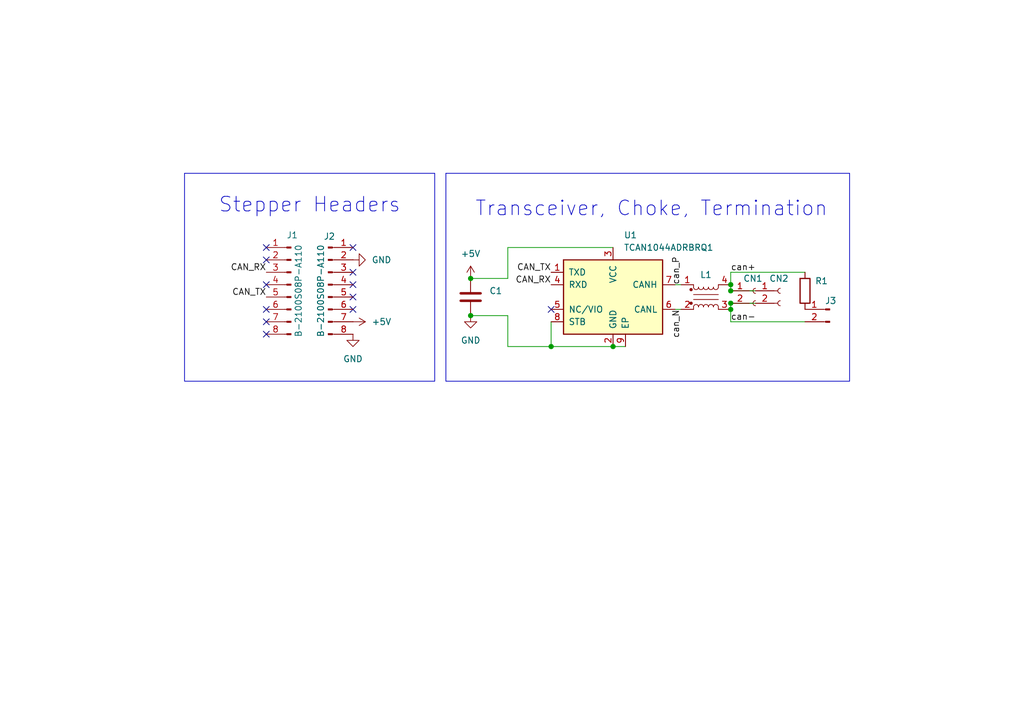
<source format=kicad_sch>
(kicad_sch (version 20231120) (generator "eeschema") (generator_version "8.0")
  (paper "A5")
  (title_block (title "TMCeiver") (date "2024-08-22") (rev "0.1") (company "Octule"))
  (lib_symbols
    (symbol "Connector:Conn_01x02_Pin" (pin_names (offset 1.016) hide)
      (property "Reference" "J" (at 0 2.54 0))
      (property "Value" "Conn_01x02_Pin" (at 0 -5.08 0))
      (symbol "Conn_01x02_Pin_1_1"
        (polyline (pts (xy 1.27 -2.54) (xy 0.8636 -2.54)) (stroke (width 0.1524)))
        (polyline (pts (xy 1.27 0) (xy 0.8636 0)) (stroke (width 0.1524)))
        (rectangle (start 0.8636 -2.413) (end 0 -2.667) (stroke (width 0.1524)) (fill (type outline)))
        (rectangle (start 0.8636 0.127) (end 0 -0.127) (stroke (width 0.1524)) (fill (type outline)))
        (pin passive line (at 5.08 0 180) (length 3.81) (name "Pin_1") (number "1"))
        (pin passive line (at 5.08 -2.54 180) (length 3.81) (name "Pin_2") (number "2"))
      )
    )
    (symbol "Connector:Conn_01x02_Socket" (pin_names (offset 1.016) hide)
      (property "Reference" "J" (at 0 2.54 0))
      (property "Value" "Conn_01x02_Socket" (at 0 -5.08 0))
      (symbol "Conn_01x02_Socket_1_1"
        (arc (start 0 -2.032) (mid -0.5058 -2.54) (end 0 -3.048) (stroke (width 0.1524)))
        (polyline (pts (xy -1.27 -2.54) (xy -0.508 -2.54)) (stroke (width 0.1524)))
        (polyline (pts (xy -1.27 0) (xy -0.508 0)) (stroke (width 0.1524)))
        (arc (start 0 0.508) (mid -0.5058 0) (end 0 -0.508) (stroke (width 0.1524)))
        (pin passive line (at -5.08 0 0) (length 3.81) (name "Pin_1") (number "1"))
        (pin passive line (at -5.08 -2.54 0) (length 3.81) (name "Pin_2") (number "2"))
      )
    )
    (symbol "Connector:Conn_01x08_Pin" (pin_names (offset 1.016) hide)
      (property "Reference" "J" (at 0 10.16 0))
      (property "Value" "Conn_01x08_Pin" (at 0 -12.7 0))
      (symbol "Conn_01x08_Pin_1_1"
        (polyline (pts (xy 1.27 -10.16) (xy 0.8636 -10.16)) (stroke (width 0.1524)))
        (polyline (pts (xy 1.27 -7.62) (xy 0.8636 -7.62)) (stroke (width 0.1524)))
        (polyline (pts (xy 1.27 -5.08) (xy 0.8636 -5.08)) (stroke (width 0.1524)))
        (polyline (pts (xy 1.27 -2.54) (xy 0.8636 -2.54)) (stroke (width 0.1524)))
        (polyline (pts (xy 1.27 0) (xy 0.8636 0)) (stroke (width 0.1524)))
        (polyline (pts (xy 1.27 2.54) (xy 0.8636 2.54)) (stroke (width 0.1524)))
        (polyline (pts (xy 1.27 5.08) (xy 0.8636 5.08)) (stroke (width 0.1524)))
        (polyline (pts (xy 1.27 7.62) (xy 0.8636 7.62)) (stroke (width 0.1524)))
        (rectangle (start 0.8636 -10.033) (end 0 -10.287) (stroke (width 0.1524)) (fill (type outline)))
        (rectangle (start 0.8636 -7.493) (end 0 -7.747) (stroke (width 0.1524)) (fill (type outline)))
        (rectangle (start 0.8636 -4.953) (end 0 -5.207) (stroke (width 0.1524)) (fill (type outline)))
        (rectangle (start 0.8636 -2.413) (end 0 -2.667) (stroke (width 0.1524)) (fill (type outline)))
        (rectangle (start 0.8636 0.127) (end 0 -0.127) (stroke (width 0.1524)) (fill (type outline)))
        (rectangle (start 0.8636 2.667) (end 0 2.413) (stroke (width 0.1524)) (fill (type outline)))
        (rectangle (start 0.8636 5.207) (end 0 4.953) (stroke (width 0.1524)) (fill (type outline)))
        (rectangle (start 0.8636 7.747) (end 0 7.493) (stroke (width 0.1524)) (fill (type outline)))
        (pin passive line (at 5.08 7.62 180) (length 3.81) (name "Pin_1") (number "1"))
        (pin passive line (at 5.08 5.08 180) (length 3.81) (name "Pin_2") (number "2"))
        (pin passive line (at 5.08 2.54 180) (length 3.81) (name "Pin_3") (number "3"))
        (pin passive line (at 5.08 0 180) (length 3.81) (name "Pin_4") (number "4"))
        (pin passive line (at 5.08 -2.54 180) (length 3.81) (name "Pin_5") (number "5"))
        (pin passive line (at 5.08 -5.08 180) (length 3.81) (name "Pin_6") (number "6"))
        (pin passive line (at 5.08 -7.62 180) (length 3.81) (name "Pin_7") (number "7"))
        (pin passive line (at 5.08 -10.16 180) (length 3.81) (name "Pin_8") (number "8"))
      )
    )
    (symbol "Device:C" (pin_numbers hide) (pin_names (offset 0.254))
      (property "Reference" "C" (at 0.635 2.54 0))
      (property "Value" "C" (at 0.635 -2.54 0))
      (symbol "C_0_1"
        (polyline (pts (xy -2.032 -0.762) (xy 2.032 -0.762)) (stroke (width 0.508)))
        (polyline (pts (xy -2.032 0.762) (xy 2.032 0.762)) (stroke (width 0.508)))
      )
      (symbol "C_1_1"
        (pin passive line (at 0 3.81 270) (length 2.794) (name "~") (number "1"))
        (pin passive line (at 0 -3.81 90) (length 2.794) (name "~") (number "2"))
      )
    )
    (symbol "Device:L_Iron_Coupled_1423" (pin_names (offset 0.254) hide)
      (property "Reference" "L" (at 0 4.445 0))
      (property "Value" "L_Iron_Coupled_1423" (at 0 -4.445 0))
      (symbol "L_Iron_Coupled_1423_0_1"
        (circle (center -3.048 -1.27) (radius 0.254) (fill (type outline)))
        (circle (center -3.048 1.524) (radius 0.254) (fill (type outline)))
        (arc (start -2.54 2.032) (mid -2.032 1.5262) (end -1.524 2.032))
        (arc (start -1.524 -2.032) (mid -2.032 -1.5262) (end -2.54 -2.032))
        (arc (start -1.524 2.032) (mid -1.016 1.5262) (end -0.508 2.032))
        (arc (start -0.508 -2.032) (mid -1.016 -1.5262) (end -1.524 -2.032))
        (arc (start -0.508 2.032) (mid 0 1.5262) (end 0.508 2.032))
        (polyline (pts (xy -2.54 -2.032) (xy -2.54 -2.54)))
        (polyline (pts (xy -2.54 0.508) (xy 2.54 0.508)))
        (polyline (pts (xy -2.54 2.032) (xy -2.54 2.54)))
        (polyline (pts (xy 2.54 -2.032) (xy 2.54 -2.54)))
        (polyline (pts (xy 2.54 -0.508) (xy -2.54 -0.508)))
        (polyline (pts (xy 2.54 2.54) (xy 2.54 2.032)))
        (arc (start 0.508 -2.032) (mid 0 -1.5262) (end -0.508 -2.032))
        (arc (start 0.508 2.032) (mid 1.016 1.5262) (end 1.524 2.032))
        (arc (start 1.524 -2.032) (mid 1.016 -1.5262) (end 0.508 -2.032))
        (arc (start 1.524 2.032) (mid 2.032 1.5262) (end 2.54 2.032))
        (arc (start 2.54 -2.032) (mid 2.032 -1.5262) (end 1.524 -2.032))
      )
      (symbol "L_Iron_Coupled_1423_1_1"
        (pin passive line (at -5.08 2.54 0) (length 2.54) (name "1") (number "1"))
        (pin passive line (at -5.08 -2.54 0) (length 2.54) (name "2") (number "2"))
        (pin passive line (at 5.08 -2.54 180) (length 2.54) (name "3") (number "3"))
        (pin passive line (at 5.08 2.54 180) (length 2.54) (name "4") (number "4"))
      )
    )
    (symbol "Device:R" (pin_numbers hide) (pin_names (offset 0))
      (property "Reference" "R" (at 2.032 0 90))
      (property "Value" "R" (at 0 0 90))
      (symbol "R_0_1"
        (rectangle (start -1.016 -2.54) (end 1.016 2.54) (stroke (width 0.254)))
      )
      (symbol "R_1_1"
        (pin passive line (at 0 3.81 270) (length 1.27) (name "~") (number "1"))
        (pin passive line (at 0 -3.81 90) (length 1.27) (name "~") (number "2"))
      )
    )
    (symbol "power:+5V" (power) (pin_numbers hide) (pin_names (offset 0) hide)
      (property "Value" "+5V" (at 0 3.556 0))
      (symbol "+5V_0_1"
        (polyline (pts (xy -0.762 1.27) (xy 0 2.54)))
        (polyline (pts (xy 0 0) (xy 0 2.54)))
        (polyline (pts (xy 0 2.54) (xy 0.762 1.27)))
      )
      (symbol "+5V_1_1"
        (pin power_in line (at 0 0 90) (length 0) (name "~") (number "1"))
      )
    )
    (symbol "power:GND" (power) (pin_numbers hide) (pin_names (offset 0) hide)
      (property "Value" "GND" (at 0 -3.81 0))
      (symbol "GND_0_1"
        (polyline (pts (xy 0 0) (xy 0 -1.27) (xy 1.27 -1.27) (xy 0 -2.54) (xy -1.27 -1.27) (xy 0 -1.27)))
      )
      (symbol "GND_1_1"
        (pin power_in line (at 0 0 270) (length 0) (name "~") (number "1"))
      )
    )
    (symbol "tmceiver:TCAN1044ADRBRQ1" (pin_names (offset 1.016))
      (property "Reference" "U" (at -10.16 8.89 0))
      (property "Value" "TCAN1044ADRBRQ1" (at 1.27 8.89 0))
      (symbol "TCAN1044ADRBRQ1_0_1"
        (rectangle (start -10.16 7.62) (end 10.16 -7.62) (stroke (width 0.254)) (fill (type background)))
      )
      (symbol "TCAN1044ADRBRQ1_1_1"
        (pin input line (at -12.7 5.08 0) (length 2.54) (name "TXD") (number "1"))
        (pin power_in line (at 0 -10.16 90) (length 2.54) (name "GND") (number "2"))
        (pin power_in line (at 0 10.16 270) (length 2.54) (name "VCC") (number "3"))
        (pin output line (at -12.7 2.54 0) (length 2.54) (name "RXD") (number "4"))
        (pin power_in line (at -12.7 -2.54 0) (length 2.54) (name "NC/VIO") (number "5"))
        (pin bidirectional line (at 12.7 -2.54 180) (length 2.54) (name "CANL") (number "6"))
        (pin bidirectional line (at 12.7 2.54 180) (length 2.54) (name "CANH") (number "7"))
        (pin input line (at -12.7 -5.08 0) (length 2.54) (name "STB") (number "8"))
        (pin power_in line (at 2.54 -10.16 90) (length 2.54) (name "EP") (number "9"))
      )
    )
  )
  (junction (at 149.86 62.23))
  (junction (at 149.86 58.42))
  (junction (at 113.03 71.12))
  (junction (at 96.52 64.77))
  (junction (at 96.52 57.15))
  (junction (at 149.86 59.69))
  (junction (at 125.73 71.12))
  (junction (at 149.86 63.5))
  (no_connect (at 54.61 66.04))
  (no_connect (at 72.39 63.5))
  (no_connect (at 72.39 60.96))
  (no_connect (at 54.61 63.5))
  (no_connect (at 54.61 50.8))
  (no_connect (at 113.03 63.5))
  (no_connect (at 72.39 58.42))
  (no_connect (at 72.39 55.88))
  (no_connect (at 54.61 68.58))
  (no_connect (at 72.39 50.8))
  (no_connect (at 54.61 58.42))
  (no_connect (at 54.61 53.34))
  (wire (pts (xy 96.52 64.77) (xy 104.14 64.77)))
  (wire (pts (xy 96.52 57.15) (xy 104.14 57.15)))
  (wire (pts (xy 104.14 64.77) (xy 104.14 71.12)))
  (wire (pts (xy 154.94 59.69) (xy 149.86 59.69)))
  (wire (pts (xy 113.03 71.12) (xy 125.73 71.12)))
  (wire (pts (xy 125.73 71.12) (xy 128.27 71.12)))
  (wire (pts (xy 149.86 63.5) (xy 149.86 66.04)))
  (wire (pts (xy 149.86 55.88) (xy 149.86 58.42)))
  (wire (pts (xy 149.86 58.42) (xy 149.86 59.69)))
  (wire (pts (xy 104.14 57.15) (xy 104.14 50.8)))
  (wire (pts (xy 154.94 62.23) (xy 149.86 62.23)))
  (wire (pts (xy 149.86 66.04) (xy 165.1 66.04)))
  (wire (pts (xy 104.14 50.8) (xy 125.73 50.8)))
  (wire (pts (xy 139.7 58.42) (xy 138.43 58.42)))
  (wire (pts (xy 149.86 62.23) (xy 149.86 63.5)))
  (wire (pts (xy 149.86 55.88) (xy 165.1 55.88)))
  (wire (pts (xy 113.03 66.04) (xy 113.03 71.12)))
  (wire (pts (xy 104.14 71.12) (xy 113.03 71.12)))
  (wire (pts (xy 139.7 63.5) (xy 138.43 63.5)))
  (rectangle (start 37.846 35.56) (end 89.154 78.232))
  (rectangle (start 91.44 35.56) (end 174.244 78.232))
  (text "Transceiver, Choke, Termination" (at 133.604 42.926 0) (effects (font (size 3 3))))
  (text "Stepper Headers" (at 63.5 42.164 0) (effects (font (size 3 3))))
  (label "can_N" (at 139.7 63.5 270))
  (label "can_P" (at 139.7 58.42 90))
  (label "CAN_TX" (at 113.03 55.88 180))
  (label "CAN_TX" (at 54.61 60.96 180))
  (label "can+" (at 149.86 55.88 0))
  (label "CAN_RX" (at 54.61 55.88 180))
  (label "CAN_RX" (at 113.03 58.42 180))
  (label "can-" (at 149.86 66.04 0))
  (symbol (lib_id "Device:R") (at 165.1 59.69 0) (unit 1)
    (property "Reference" "R1" (at 167.132 57.658 0) (effects (justify left)))
    (property "Value" "RC0805FR-07120RL" (effects (hide yes)))
    (property "Footprint" "Resistor_SMD:R_0805_2012Metric" (effects (hide yes)))
    (property "Description" "Resistor" (effects (hide yes)))
  )
  (symbol (lib_id "tmceiver:TCAN1044ADRBRQ1") (at 125.73 60.96 0) (unit 1)
    (property "Reference" "U1" (at 127.9241 48.26 0) (effects (justify left)))
    (property "Value" "TCAN1044ADRBRQ1" (at 127.9241 50.8 0) (effects (justify left)))
    (property "Footprint" "Package_SON:VSON-8-1EP_3x3mm_P0.65mm_EP1.65x2.4mm" (effects (hide yes)))
    (property "Datasheet" "https://www.ti.com/lit/ds/symlink/tcan1044av-q1.pdf?ts=1724336903402&ref_url=https%253A%252F%252Fwww.mouser.de%252F" (effects (hide yes)))
    (property "Description" "High-Speed CAN Transceiver, separate VIO, silent mode, SON-8(3x3)" (effects (hide yes)))
  )
  (symbol (lib_id "Device:L_Iron_Coupled_1423") (at 144.78 60.96 0) (unit 1)
    (property "Reference" "L1" (at 144.78 56.388 0))
    (property "Value" "ACT1210-510-2P-TL00" (effects (hide yes)))
    (property "Footprint" "TDK_ACT1210:CHOKE_10-2P-TL00_TDK" (effects (hide yes)))
    (property "Description" "Coupled inductor with iron core" (effects (hide yes)))
  )
  (symbol (lib_id "Connector:Conn_01x08_Pin") (at 67.31 58.42 0) (unit 1)
    (property "Reference" "J2" (at 67.564 48.514 0))
    (property "Value" "B-2100S08P-A110" (at 65.786 59.69 90))
    (property "Footprint" "Connector_PinHeader_2.54mm:PinHeader_1x08_P2.54mm_Vertical" (effects (hide yes)))
    (property "Description" "Generic connector, single row, 01x08, script generated" (effects (hide yes)))
  )
  (symbol (lib_id "Connector:Conn_01x02_Pin") (at 170.18 63.5 0) (mirror y) (unit 1)
    (property "Reference" "J3" (at 169.164 61.722 0) (effects (justify right)))
    (property "Value" "ZX-PZ2.0-1-2PZZ" (effects (hide yes)))
    (property "Footprint" "Connector_PinHeader_2.00mm:PinHeader_1x02_P2.00mm_Vertical" (effects (hide yes)))
    (property "Description" "Generic connector, single row, 01x02, script generated" (effects (hide yes)))
  )
  (symbol (lib_id "Connector:Conn_01x02_Socket") (at 154.94 59.69 0) (unit 1)
    (property "Reference" "CN1" (at 152.4 57.15 0) (effects (justify left)))
    (property "Value" "B2B-XH-A (LF)(SN)" (effects (hide yes)))
    (property "Footprint" "Connector_JST:JST_XH_B2B-XH-A_1x02_P2.50mm_Vertical" (effects (hide yes)))
    (property "Description" "Generic connector, single row, 01x02, script generated" (effects (hide yes)))
  )
  (symbol (lib_id "power:+5V") (at 96.52 57.15 0) (unit 1)
    (property "Reference" "#PWR04" (effects (hide yes)))
    (property "Value" "+5V" (at 96.52 52.07 0))
    (property "Description" "Power symbol creates a global label with name \"+5V\"" (effects (hide yes)))
  )
  (symbol (lib_id "power:GND") (at 72.39 68.58 0) (unit 1)
    (property "Reference" "#PWR02" (effects (hide yes)))
    (property "Value" "GND" (at 72.39 73.66 0))
    (property "Description" "Power symbol creates a global label with name \"GND\" , ground" (effects (hide yes)))
  )
  (symbol (lib_id "Device:C") (at 96.52 60.96 0) (unit 1)
    (property "Reference" "C1" (at 100.33 59.6899 0) (effects (justify left)))
    (property "Value" "CL10B104KB8NNNC" (effects (hide yes)))
    (property "Footprint" "Capacitor_SMD:C_0603_1608Metric" (effects (hide yes)))
    (property "Description" "Unpolarized capacitor" (effects (hide yes)))
  )
  (symbol (lib_id "power:GND") (at 72.39 53.34 90) (unit 1)
    (property "Reference" "#PWR01" (effects (hide yes)))
    (property "Value" "GND" (at 76.2 53.3399 90) (effects (justify right)))
    (property "Description" "Power symbol creates a global label with name \"GND\" , ground" (effects (hide yes)))
  )
  (symbol (lib_id "Connector:Conn_01x02_Socket") (at 160.02 59.69 0) (unit 1)
    (property "Reference" "CN2" (at 157.734 57.15 0) (effects (justify left)))
    (property "Value" "B2B-XH-A (LF)(SN)" (effects (hide yes)))
    (property "Footprint" "Connector_JST:JST_XH_B2B-XH-A_1x02_P2.50mm_Vertical" (effects (hide yes)))
    (property "Description" "Generic connector, single row, 01x02, script generated" (effects (hide yes)))
  )
  (symbol (lib_id "power:GND") (at 96.52 64.77 0) (unit 1)
    (property "Reference" "#PWR05" (effects (hide yes)))
    (property "Value" "GND" (at 96.52 69.85 0))
    (property "Description" "Power symbol creates a global label with name \"GND\" , ground" (effects (hide yes)))
  )
  (symbol (lib_id "power:+5V") (at 72.39 66.04 270) (unit 1)
    (property "Reference" "#PWR03" (effects (hide yes)))
    (property "Value" "+5V" (at 76.2 66.0399 90) (effects (justify left)))
    (property "Description" "Power symbol creates a global label with name \"+5V\"" (effects (hide yes)))
  )
  (symbol (lib_id "Connector:Conn_01x08_Pin") (at 59.69 58.42 0) (mirror y) (unit 1)
    (property "Reference" "J1" (at 59.944 48.26 0))
    (property "Value" "B-2100S08P-A110" (at 61.214 59.69 90))
    (property "Footprint" "Connector_PinHeader_2.54mm:PinHeader_1x08_P2.54mm_Vertical" (effects (hide yes)))
    (property "Description" "Generic connector, single row, 01x08, script generated" (effects (hide yes)))
  )
)
</source>
